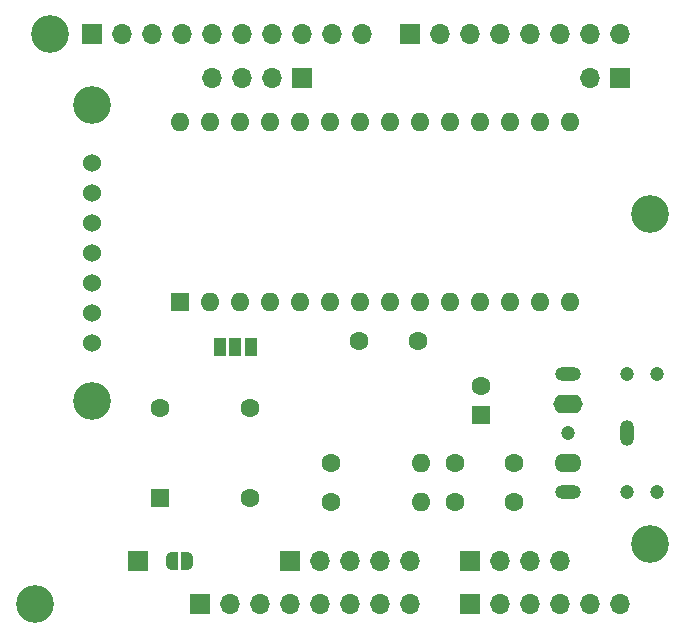
<source format=gbr>
%TF.GenerationSoftware,KiCad,Pcbnew,8.0.7*%
%TF.CreationDate,2025-09-11T21:50:55+01:00*%
%TF.ProjectId,ArduinoSP0256AAL2,41726475-696e-46f5-9350-303235364141,rev?*%
%TF.SameCoordinates,Original*%
%TF.FileFunction,Soldermask,Top*%
%TF.FilePolarity,Negative*%
%FSLAX46Y46*%
G04 Gerber Fmt 4.6, Leading zero omitted, Abs format (unit mm)*
G04 Created by KiCad (PCBNEW 8.0.7) date 2025-09-11 21:50:55*
%MOMM*%
%LPD*%
G01*
G04 APERTURE LIST*
G04 Aperture macros list*
%AMFreePoly0*
4,1,19,0.500000,-0.750000,0.000000,-0.750000,0.000000,-0.744911,-0.071157,-0.744911,-0.207708,-0.704816,-0.327430,-0.627875,-0.420627,-0.520320,-0.479746,-0.390866,-0.500000,-0.250000,-0.500000,0.250000,-0.479746,0.390866,-0.420627,0.520320,-0.327430,0.627875,-0.207708,0.704816,-0.071157,0.744911,0.000000,0.744911,0.000000,0.750000,0.500000,0.750000,0.500000,-0.750000,0.500000,-0.750000,
$1*%
%AMFreePoly1*
4,1,19,0.000000,0.744911,0.071157,0.744911,0.207708,0.704816,0.327430,0.627875,0.420627,0.520320,0.479746,0.390866,0.500000,0.250000,0.500000,-0.250000,0.479746,-0.390866,0.420627,-0.520320,0.327430,-0.627875,0.207708,-0.704816,0.071157,-0.744911,0.000000,-0.744911,0.000000,-0.750000,-0.500000,-0.750000,-0.500000,0.750000,0.000000,0.750000,0.000000,0.744911,0.000000,0.744911,
$1*%
G04 Aperture macros list end*
%ADD10FreePoly0,0.000000*%
%ADD11FreePoly1,0.000000*%
%ADD12R,1.700000X1.700000*%
%ADD13O,1.700000X1.700000*%
%ADD14C,1.600000*%
%ADD15R,1.600000X1.600000*%
%ADD16O,1.600000X1.600000*%
%ADD17C,3.200000*%
%ADD18C,1.524000*%
%ADD19C,1.200000*%
%ADD20O,2.200000X1.200000*%
%ADD21O,2.300000X1.600000*%
%ADD22O,1.200000X2.200000*%
%ADD23O,2.500000X1.600000*%
%ADD24R,1.000000X1.500000*%
G04 APERTURE END LIST*
D10*
%TO.C,JP2*%
X125525000Y-93800000D03*
D11*
X126825000Y-93800000D03*
%TD*%
D12*
%TO.C,J10*%
X122700000Y-93800000D03*
%TD*%
%TO.C,J1*%
X127940000Y-97460000D03*
D13*
X130480000Y-97460000D03*
X133020000Y-97460000D03*
X135560000Y-97460000D03*
X138100000Y-97460000D03*
X140640000Y-97460000D03*
X143180000Y-97460000D03*
X145720000Y-97460000D03*
%TD*%
D12*
%TO.C,J3*%
X150800000Y-97460000D03*
D13*
X153340000Y-97460000D03*
X155880000Y-97460000D03*
X158420000Y-97460000D03*
X160960000Y-97460000D03*
X163500000Y-97460000D03*
%TD*%
D12*
%TO.C,J2*%
X118796000Y-49200000D03*
D13*
X121336000Y-49200000D03*
X123876000Y-49200000D03*
X126416000Y-49200000D03*
X128956000Y-49200000D03*
X131496000Y-49200000D03*
X134036000Y-49200000D03*
X136576000Y-49200000D03*
X139116000Y-49200000D03*
X141656000Y-49200000D03*
%TD*%
D12*
%TO.C,J4*%
X145720000Y-49200000D03*
D13*
X148260000Y-49200000D03*
X150800000Y-49200000D03*
X153340000Y-49200000D03*
X155880000Y-49200000D03*
X158420000Y-49200000D03*
X160960000Y-49200000D03*
X163500000Y-49200000D03*
%TD*%
D14*
%TO.C,C2*%
X154500000Y-85500000D03*
X149500000Y-85500000D03*
%TD*%
D15*
%TO.C,U1*%
X126215000Y-71865000D03*
D16*
X128755000Y-71865000D03*
X131295000Y-71865000D03*
X133835000Y-71865000D03*
X136375000Y-71865000D03*
X138915000Y-71865000D03*
X141455000Y-71865000D03*
X143995000Y-71865000D03*
X146535000Y-71865000D03*
X149075000Y-71865000D03*
X151615000Y-71865000D03*
X154155000Y-71865000D03*
X156695000Y-71865000D03*
X159235000Y-71865000D03*
X159235000Y-56625000D03*
X156695000Y-56625000D03*
X154155000Y-56625000D03*
X151615000Y-56625000D03*
X149075000Y-56625000D03*
X146535000Y-56625000D03*
X143995000Y-56625000D03*
X141455000Y-56625000D03*
X138915000Y-56625000D03*
X136375000Y-56625000D03*
X133835000Y-56625000D03*
X131295000Y-56625000D03*
X128755000Y-56625000D03*
X126215000Y-56625000D03*
%TD*%
D17*
%TO.C,U2*%
X118800000Y-55250000D03*
X118800000Y-80250000D03*
D18*
X118800000Y-60130000D03*
X118800000Y-62670000D03*
X118800000Y-65210000D03*
X118800000Y-67750000D03*
X118800000Y-70290000D03*
X118800000Y-72830000D03*
X118800000Y-75370000D03*
%TD*%
D14*
%TO.C,R2*%
X139000000Y-85500000D03*
D16*
X146620000Y-85500000D03*
%TD*%
D19*
%TO.C,J5*%
X164075000Y-88000000D03*
X166575000Y-88000000D03*
X159075000Y-83000000D03*
X164075000Y-78000000D03*
X166575000Y-78000000D03*
D20*
X159075000Y-88000000D03*
D21*
X159075000Y-85500000D03*
D22*
X164075000Y-83000000D03*
D20*
X159075000Y-78000000D03*
D23*
X159075000Y-80500000D03*
%TD*%
D15*
%TO.C,X1*%
X124500000Y-88500000D03*
D14*
X132120000Y-88500000D03*
X132120000Y-80880000D03*
X124500000Y-80880000D03*
%TD*%
D24*
%TO.C,JP1*%
X129600000Y-75750000D03*
X130900000Y-75750000D03*
X132200000Y-75750000D03*
%TD*%
D17*
%TO.C,MH1*%
X115240000Y-49200000D03*
%TD*%
D12*
%TO.C,J6*%
X136576000Y-52900000D03*
D13*
X134036000Y-52900000D03*
X131496000Y-52900000D03*
X128956000Y-52900000D03*
%TD*%
D14*
%TO.C,C1*%
X154500000Y-88800000D03*
X149500000Y-88800000D03*
%TD*%
D12*
%TO.C,J9*%
X135560000Y-93800000D03*
D13*
X138100000Y-93800000D03*
X140640000Y-93800000D03*
X143180000Y-93800000D03*
X145720000Y-93800000D03*
%TD*%
D14*
%TO.C,C4*%
X146400000Y-75200000D03*
X141400000Y-75200000D03*
%TD*%
D12*
%TO.C,J8*%
X163500000Y-52900000D03*
D13*
X160960000Y-52900000D03*
%TD*%
D14*
%TO.C,R1*%
X139000000Y-88800000D03*
D16*
X146620000Y-88800000D03*
%TD*%
D12*
%TO.C,J7*%
X150800000Y-93800000D03*
D13*
X153340000Y-93800000D03*
X155880000Y-93800000D03*
X158420000Y-93800000D03*
%TD*%
D15*
%TO.C,C3*%
X151750000Y-81500000D03*
D14*
X151750000Y-79000000D03*
%TD*%
D17*
%TO.C,MH2*%
X113970000Y-97460000D03*
%TD*%
%TO.C,MH3*%
X166040000Y-64440000D03*
%TD*%
%TO.C,MH4*%
X166040000Y-92380000D03*
%TD*%
M02*

</source>
